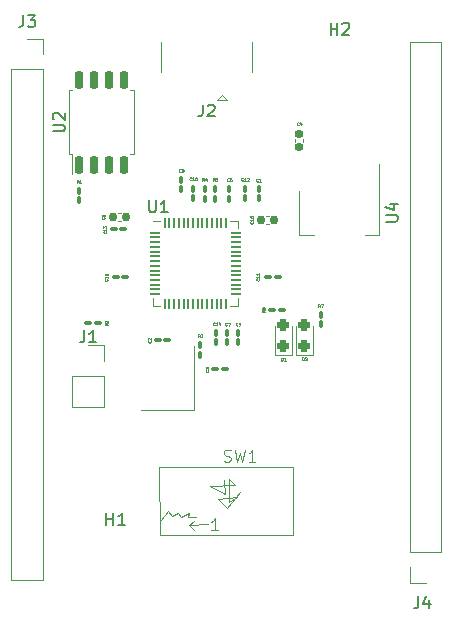
<source format=gto>
G04 #@! TF.GenerationSoftware,KiCad,Pcbnew,7.0.5-4d25ed1034~172~ubuntu22.04.1*
G04 #@! TF.CreationDate,2023-07-05T09:01:56+07:00*
G04 #@! TF.ProjectId,TMPboardM,544d5062-6f61-4726-944d-2e6b69636164,rev?*
G04 #@! TF.SameCoordinates,Original*
G04 #@! TF.FileFunction,Legend,Top*
G04 #@! TF.FilePolarity,Positive*
%FSLAX46Y46*%
G04 Gerber Fmt 4.6, Leading zero omitted, Abs format (unit mm)*
G04 Created by KiCad (PCBNEW 7.0.5-4d25ed1034~172~ubuntu22.04.1) date 2023-07-05 09:01:56*
%MOMM*%
%LPD*%
G01*
G04 APERTURE LIST*
G04 Aperture macros list*
%AMRoundRect*
0 Rectangle with rounded corners*
0 $1 Rounding radius*
0 $2 $3 $4 $5 $6 $7 $8 $9 X,Y pos of 4 corners*
0 Add a 4 corners polygon primitive as box body*
4,1,4,$2,$3,$4,$5,$6,$7,$8,$9,$2,$3,0*
0 Add four circle primitives for the rounded corners*
1,1,$1+$1,$2,$3*
1,1,$1+$1,$4,$5*
1,1,$1+$1,$6,$7*
1,1,$1+$1,$8,$9*
0 Add four rect primitives between the rounded corners*
20,1,$1+$1,$2,$3,$4,$5,0*
20,1,$1+$1,$4,$5,$6,$7,0*
20,1,$1+$1,$6,$7,$8,$9,0*
20,1,$1+$1,$8,$9,$2,$3,0*%
%AMFreePoly0*
4,1,9,1.050000,0.350000,0.550000,0.000000,0.550000,-0.400000,0.800000,-0.650000,0.800000,-0.800000,-1.050000,-0.800000,-1.050000,0.800000,1.050000,0.800000,1.050000,0.350000,1.050000,0.350000,$1*%
%AMFreePoly1*
4,1,9,1.050000,-0.800000,-0.800000,-0.800000,-0.800000,-0.650000,-0.550000,-0.400000,-0.550000,0.000000,-1.050000,0.350000,-1.050000,0.800000,1.050000,0.800000,1.050000,-0.800000,1.050000,-0.800000,$1*%
G04 Aperture macros list end*
%ADD10C,0.040000*%
%ADD11C,0.150000*%
%ADD12C,0.100000*%
%ADD13C,0.120000*%
%ADD14RoundRect,0.100000X-0.100000X0.217500X-0.100000X-0.217500X0.100000X-0.217500X0.100000X0.217500X0*%
%ADD15RoundRect,0.155000X0.155000X-0.212500X0.155000X0.212500X-0.155000X0.212500X-0.155000X-0.212500X0*%
%ADD16R,1.700000X1.700000*%
%ADD17O,1.700000X1.700000*%
%ADD18RoundRect,0.155000X-0.212500X-0.155000X0.212500X-0.155000X0.212500X0.155000X-0.212500X0.155000X0*%
%ADD19RoundRect,0.100000X0.100000X-0.217500X0.100000X0.217500X-0.100000X0.217500X-0.100000X-0.217500X0*%
%ADD20RoundRect,0.100000X-0.217500X-0.100000X0.217500X-0.100000X0.217500X0.100000X-0.217500X0.100000X0*%
%ADD21RoundRect,0.100000X0.217500X0.100000X-0.217500X0.100000X-0.217500X-0.100000X0.217500X-0.100000X0*%
%ADD22C,0.600000*%
%ADD23R,0.400000X1.350000*%
%ADD24FreePoly0,180.000000*%
%ADD25O,1.000000X1.700000*%
%ADD26R,1.900000X1.900000*%
%ADD27O,0.850000X1.700000*%
%ADD28FreePoly1,180.000000*%
%ADD29R,1.500000X2.000000*%
%ADD30R,3.800000X2.000000*%
%ADD31RoundRect,0.155000X0.212500X0.155000X-0.212500X0.155000X-0.212500X-0.155000X0.212500X-0.155000X0*%
%ADD32RoundRect,0.237500X0.237500X-0.287500X0.237500X0.287500X-0.237500X0.287500X-0.237500X-0.287500X0*%
%ADD33C,2.000000*%
%ADD34C,3.000000*%
%ADD35RoundRect,0.050000X-0.387500X-0.050000X0.387500X-0.050000X0.387500X0.050000X-0.387500X0.050000X0*%
%ADD36RoundRect,0.050000X-0.050000X-0.387500X0.050000X-0.387500X0.050000X0.387500X-0.050000X0.387500X0*%
%ADD37R,3.200000X3.200000*%
%ADD38R,1.800000X2.100000*%
%ADD39RoundRect,0.150000X0.150000X-0.650000X0.150000X0.650000X-0.150000X0.650000X-0.150000X-0.650000X0*%
%ADD40R,2.100000X1.100000*%
G04 APERTURE END LIST*
D10*
X98238333Y-74948574D02*
X98155000Y-74829527D01*
X98095476Y-74948574D02*
X98095476Y-74698574D01*
X98095476Y-74698574D02*
X98190714Y-74698574D01*
X98190714Y-74698574D02*
X98214524Y-74710479D01*
X98214524Y-74710479D02*
X98226429Y-74722384D01*
X98226429Y-74722384D02*
X98238333Y-74746193D01*
X98238333Y-74746193D02*
X98238333Y-74781908D01*
X98238333Y-74781908D02*
X98226429Y-74805717D01*
X98226429Y-74805717D02*
X98214524Y-74817622D01*
X98214524Y-74817622D02*
X98190714Y-74829527D01*
X98190714Y-74829527D02*
X98095476Y-74829527D01*
X98321667Y-74698574D02*
X98488333Y-74698574D01*
X98488333Y-74698574D02*
X98381191Y-74948574D01*
X96438333Y-59507265D02*
X96426429Y-59519170D01*
X96426429Y-59519170D02*
X96390714Y-59531074D01*
X96390714Y-59531074D02*
X96366905Y-59531074D01*
X96366905Y-59531074D02*
X96331191Y-59519170D01*
X96331191Y-59519170D02*
X96307381Y-59495360D01*
X96307381Y-59495360D02*
X96295476Y-59471550D01*
X96295476Y-59471550D02*
X96283572Y-59423931D01*
X96283572Y-59423931D02*
X96283572Y-59388217D01*
X96283572Y-59388217D02*
X96295476Y-59340598D01*
X96295476Y-59340598D02*
X96307381Y-59316789D01*
X96307381Y-59316789D02*
X96331191Y-59292979D01*
X96331191Y-59292979D02*
X96366905Y-59281074D01*
X96366905Y-59281074D02*
X96390714Y-59281074D01*
X96390714Y-59281074D02*
X96426429Y-59292979D01*
X96426429Y-59292979D02*
X96438333Y-59304884D01*
X96652619Y-59364408D02*
X96652619Y-59531074D01*
X96593095Y-59269170D02*
X96533572Y-59447741D01*
X96533572Y-59447741D02*
X96688333Y-59447741D01*
D11*
X73121666Y-50199819D02*
X73121666Y-50914104D01*
X73121666Y-50914104D02*
X73074047Y-51056961D01*
X73074047Y-51056961D02*
X72978809Y-51152200D01*
X72978809Y-51152200D02*
X72835952Y-51199819D01*
X72835952Y-51199819D02*
X72740714Y-51199819D01*
X73502619Y-50199819D02*
X74121666Y-50199819D01*
X74121666Y-50199819D02*
X73788333Y-50580771D01*
X73788333Y-50580771D02*
X73931190Y-50580771D01*
X73931190Y-50580771D02*
X74026428Y-50628390D01*
X74026428Y-50628390D02*
X74074047Y-50676009D01*
X74074047Y-50676009D02*
X74121666Y-50771247D01*
X74121666Y-50771247D02*
X74121666Y-51009342D01*
X74121666Y-51009342D02*
X74074047Y-51104580D01*
X74074047Y-51104580D02*
X74026428Y-51152200D01*
X74026428Y-51152200D02*
X73931190Y-51199819D01*
X73931190Y-51199819D02*
X73645476Y-51199819D01*
X73645476Y-51199819D02*
X73550238Y-51152200D01*
X73550238Y-51152200D02*
X73502619Y-51104580D01*
D10*
X92549765Y-67690714D02*
X92561670Y-67702618D01*
X92561670Y-67702618D02*
X92573574Y-67738333D01*
X92573574Y-67738333D02*
X92573574Y-67762142D01*
X92573574Y-67762142D02*
X92561670Y-67797856D01*
X92561670Y-67797856D02*
X92537860Y-67821666D01*
X92537860Y-67821666D02*
X92514050Y-67833571D01*
X92514050Y-67833571D02*
X92466431Y-67845475D01*
X92466431Y-67845475D02*
X92430717Y-67845475D01*
X92430717Y-67845475D02*
X92383098Y-67833571D01*
X92383098Y-67833571D02*
X92359289Y-67821666D01*
X92359289Y-67821666D02*
X92335479Y-67797856D01*
X92335479Y-67797856D02*
X92323574Y-67762142D01*
X92323574Y-67762142D02*
X92323574Y-67738333D01*
X92323574Y-67738333D02*
X92335479Y-67702618D01*
X92335479Y-67702618D02*
X92347384Y-67690714D01*
X92573574Y-67452618D02*
X92573574Y-67595475D01*
X92573574Y-67524047D02*
X92323574Y-67524047D01*
X92323574Y-67524047D02*
X92359289Y-67547856D01*
X92359289Y-67547856D02*
X92383098Y-67571666D01*
X92383098Y-67571666D02*
X92395003Y-67595475D01*
X92323574Y-67238333D02*
X92323574Y-67285952D01*
X92323574Y-67285952D02*
X92335479Y-67309761D01*
X92335479Y-67309761D02*
X92347384Y-67321666D01*
X92347384Y-67321666D02*
X92383098Y-67345476D01*
X92383098Y-67345476D02*
X92430717Y-67357380D01*
X92430717Y-67357380D02*
X92525955Y-67357380D01*
X92525955Y-67357380D02*
X92549765Y-67345476D01*
X92549765Y-67345476D02*
X92561670Y-67333571D01*
X92561670Y-67333571D02*
X92573574Y-67309761D01*
X92573574Y-67309761D02*
X92573574Y-67262142D01*
X92573574Y-67262142D02*
X92561670Y-67238333D01*
X92561670Y-67238333D02*
X92549765Y-67226428D01*
X92549765Y-67226428D02*
X92525955Y-67214523D01*
X92525955Y-67214523D02*
X92466431Y-67214523D01*
X92466431Y-67214523D02*
X92442622Y-67226428D01*
X92442622Y-67226428D02*
X92430717Y-67238333D01*
X92430717Y-67238333D02*
X92418812Y-67262142D01*
X92418812Y-67262142D02*
X92418812Y-67309761D01*
X92418812Y-67309761D02*
X92430717Y-67333571D01*
X92430717Y-67333571D02*
X92442622Y-67345476D01*
X92442622Y-67345476D02*
X92466431Y-67357380D01*
X91258333Y-76457265D02*
X91246429Y-76469170D01*
X91246429Y-76469170D02*
X91210714Y-76481074D01*
X91210714Y-76481074D02*
X91186905Y-76481074D01*
X91186905Y-76481074D02*
X91151191Y-76469170D01*
X91151191Y-76469170D02*
X91127381Y-76445360D01*
X91127381Y-76445360D02*
X91115476Y-76421550D01*
X91115476Y-76421550D02*
X91103572Y-76373931D01*
X91103572Y-76373931D02*
X91103572Y-76338217D01*
X91103572Y-76338217D02*
X91115476Y-76290598D01*
X91115476Y-76290598D02*
X91127381Y-76266789D01*
X91127381Y-76266789D02*
X91151191Y-76242979D01*
X91151191Y-76242979D02*
X91186905Y-76231074D01*
X91186905Y-76231074D02*
X91210714Y-76231074D01*
X91210714Y-76231074D02*
X91246429Y-76242979D01*
X91246429Y-76242979D02*
X91258333Y-76254884D01*
X91377381Y-76481074D02*
X91425000Y-76481074D01*
X91425000Y-76481074D02*
X91448810Y-76469170D01*
X91448810Y-76469170D02*
X91460714Y-76457265D01*
X91460714Y-76457265D02*
X91484524Y-76421550D01*
X91484524Y-76421550D02*
X91496429Y-76373931D01*
X91496429Y-76373931D02*
X91496429Y-76278693D01*
X91496429Y-76278693D02*
X91484524Y-76254884D01*
X91484524Y-76254884D02*
X91472619Y-76242979D01*
X91472619Y-76242979D02*
X91448810Y-76231074D01*
X91448810Y-76231074D02*
X91401191Y-76231074D01*
X91401191Y-76231074D02*
X91377381Y-76242979D01*
X91377381Y-76242979D02*
X91365476Y-76254884D01*
X91365476Y-76254884D02*
X91353572Y-76278693D01*
X91353572Y-76278693D02*
X91353572Y-76338217D01*
X91353572Y-76338217D02*
X91365476Y-76362027D01*
X91365476Y-76362027D02*
X91377381Y-76373931D01*
X91377381Y-76373931D02*
X91401191Y-76385836D01*
X91401191Y-76385836D02*
X91448810Y-76385836D01*
X91448810Y-76385836D02*
X91472619Y-76373931D01*
X91472619Y-76373931D02*
X91484524Y-76362027D01*
X91484524Y-76362027D02*
X91496429Y-76338217D01*
X91739285Y-64194765D02*
X91727381Y-64206670D01*
X91727381Y-64206670D02*
X91691666Y-64218574D01*
X91691666Y-64218574D02*
X91667857Y-64218574D01*
X91667857Y-64218574D02*
X91632143Y-64206670D01*
X91632143Y-64206670D02*
X91608333Y-64182860D01*
X91608333Y-64182860D02*
X91596428Y-64159050D01*
X91596428Y-64159050D02*
X91584524Y-64111431D01*
X91584524Y-64111431D02*
X91584524Y-64075717D01*
X91584524Y-64075717D02*
X91596428Y-64028098D01*
X91596428Y-64028098D02*
X91608333Y-64004289D01*
X91608333Y-64004289D02*
X91632143Y-63980479D01*
X91632143Y-63980479D02*
X91667857Y-63968574D01*
X91667857Y-63968574D02*
X91691666Y-63968574D01*
X91691666Y-63968574D02*
X91727381Y-63980479D01*
X91727381Y-63980479D02*
X91739285Y-63992384D01*
X91977381Y-64218574D02*
X91834524Y-64218574D01*
X91905952Y-64218574D02*
X91905952Y-63968574D01*
X91905952Y-63968574D02*
X91882143Y-64004289D01*
X91882143Y-64004289D02*
X91858333Y-64028098D01*
X91858333Y-64028098D02*
X91834524Y-64040003D01*
X92072619Y-63992384D02*
X92084523Y-63980479D01*
X92084523Y-63980479D02*
X92108333Y-63968574D01*
X92108333Y-63968574D02*
X92167857Y-63968574D01*
X92167857Y-63968574D02*
X92191666Y-63980479D01*
X92191666Y-63980479D02*
X92203571Y-63992384D01*
X92203571Y-63992384D02*
X92215476Y-64016193D01*
X92215476Y-64016193D02*
X92215476Y-64040003D01*
X92215476Y-64040003D02*
X92203571Y-64075717D01*
X92203571Y-64075717D02*
X92060714Y-64218574D01*
X92060714Y-64218574D02*
X92215476Y-64218574D01*
X93079765Y-72520714D02*
X93091670Y-72532618D01*
X93091670Y-72532618D02*
X93103574Y-72568333D01*
X93103574Y-72568333D02*
X93103574Y-72592142D01*
X93103574Y-72592142D02*
X93091670Y-72627856D01*
X93091670Y-72627856D02*
X93067860Y-72651666D01*
X93067860Y-72651666D02*
X93044050Y-72663571D01*
X93044050Y-72663571D02*
X92996431Y-72675475D01*
X92996431Y-72675475D02*
X92960717Y-72675475D01*
X92960717Y-72675475D02*
X92913098Y-72663571D01*
X92913098Y-72663571D02*
X92889289Y-72651666D01*
X92889289Y-72651666D02*
X92865479Y-72627856D01*
X92865479Y-72627856D02*
X92853574Y-72592142D01*
X92853574Y-72592142D02*
X92853574Y-72568333D01*
X92853574Y-72568333D02*
X92865479Y-72532618D01*
X92865479Y-72532618D02*
X92877384Y-72520714D01*
X93103574Y-72282618D02*
X93103574Y-72425475D01*
X93103574Y-72354047D02*
X92853574Y-72354047D01*
X92853574Y-72354047D02*
X92889289Y-72377856D01*
X92889289Y-72377856D02*
X92913098Y-72401666D01*
X92913098Y-72401666D02*
X92925003Y-72425475D01*
X93103574Y-72044523D02*
X93103574Y-72187380D01*
X93103574Y-72115952D02*
X92853574Y-72115952D01*
X92853574Y-72115952D02*
X92889289Y-72139761D01*
X92889289Y-72139761D02*
X92913098Y-72163571D01*
X92913098Y-72163571D02*
X92925003Y-72187380D01*
D11*
X78286666Y-76894819D02*
X78286666Y-77609104D01*
X78286666Y-77609104D02*
X78239047Y-77751961D01*
X78239047Y-77751961D02*
X78143809Y-77847200D01*
X78143809Y-77847200D02*
X78000952Y-77894819D01*
X78000952Y-77894819D02*
X77905714Y-77894819D01*
X79286666Y-77894819D02*
X78715238Y-77894819D01*
X79000952Y-77894819D02*
X79000952Y-76894819D01*
X79000952Y-76894819D02*
X78905714Y-77037676D01*
X78905714Y-77037676D02*
X78810476Y-77132914D01*
X78810476Y-77132914D02*
X78715238Y-77180533D01*
D10*
X80129765Y-68530714D02*
X80141670Y-68542618D01*
X80141670Y-68542618D02*
X80153574Y-68578333D01*
X80153574Y-68578333D02*
X80153574Y-68602142D01*
X80153574Y-68602142D02*
X80141670Y-68637856D01*
X80141670Y-68637856D02*
X80117860Y-68661666D01*
X80117860Y-68661666D02*
X80094050Y-68673571D01*
X80094050Y-68673571D02*
X80046431Y-68685475D01*
X80046431Y-68685475D02*
X80010717Y-68685475D01*
X80010717Y-68685475D02*
X79963098Y-68673571D01*
X79963098Y-68673571D02*
X79939289Y-68661666D01*
X79939289Y-68661666D02*
X79915479Y-68637856D01*
X79915479Y-68637856D02*
X79903574Y-68602142D01*
X79903574Y-68602142D02*
X79903574Y-68578333D01*
X79903574Y-68578333D02*
X79915479Y-68542618D01*
X79915479Y-68542618D02*
X79927384Y-68530714D01*
X80153574Y-68292618D02*
X80153574Y-68435475D01*
X80153574Y-68364047D02*
X79903574Y-68364047D01*
X79903574Y-68364047D02*
X79939289Y-68387856D01*
X79939289Y-68387856D02*
X79963098Y-68411666D01*
X79963098Y-68411666D02*
X79975003Y-68435475D01*
X79903574Y-68209285D02*
X79903574Y-68054523D01*
X79903574Y-68054523D02*
X79998812Y-68137857D01*
X79998812Y-68137857D02*
X79998812Y-68102142D01*
X79998812Y-68102142D02*
X80010717Y-68078333D01*
X80010717Y-68078333D02*
X80022622Y-68066428D01*
X80022622Y-68066428D02*
X80046431Y-68054523D01*
X80046431Y-68054523D02*
X80105955Y-68054523D01*
X80105955Y-68054523D02*
X80129765Y-68066428D01*
X80129765Y-68066428D02*
X80141670Y-68078333D01*
X80141670Y-68078333D02*
X80153574Y-68102142D01*
X80153574Y-68102142D02*
X80153574Y-68173571D01*
X80153574Y-68173571D02*
X80141670Y-68197380D01*
X80141670Y-68197380D02*
X80129765Y-68209285D01*
D11*
X88326666Y-57777319D02*
X88326666Y-58491604D01*
X88326666Y-58491604D02*
X88279047Y-58634461D01*
X88279047Y-58634461D02*
X88183809Y-58729700D01*
X88183809Y-58729700D02*
X88040952Y-58777319D01*
X88040952Y-58777319D02*
X87945714Y-58777319D01*
X88755238Y-57872557D02*
X88802857Y-57824938D01*
X88802857Y-57824938D02*
X88898095Y-57777319D01*
X88898095Y-57777319D02*
X89136190Y-57777319D01*
X89136190Y-57777319D02*
X89231428Y-57824938D01*
X89231428Y-57824938D02*
X89279047Y-57872557D01*
X89279047Y-57872557D02*
X89326666Y-57967795D01*
X89326666Y-57967795D02*
X89326666Y-58063033D01*
X89326666Y-58063033D02*
X89279047Y-58205890D01*
X89279047Y-58205890D02*
X88707619Y-58777319D01*
X88707619Y-58777319D02*
X89326666Y-58777319D01*
D10*
X90358333Y-76457265D02*
X90346429Y-76469170D01*
X90346429Y-76469170D02*
X90310714Y-76481074D01*
X90310714Y-76481074D02*
X90286905Y-76481074D01*
X90286905Y-76481074D02*
X90251191Y-76469170D01*
X90251191Y-76469170D02*
X90227381Y-76445360D01*
X90227381Y-76445360D02*
X90215476Y-76421550D01*
X90215476Y-76421550D02*
X90203572Y-76373931D01*
X90203572Y-76373931D02*
X90203572Y-76338217D01*
X90203572Y-76338217D02*
X90215476Y-76290598D01*
X90215476Y-76290598D02*
X90227381Y-76266789D01*
X90227381Y-76266789D02*
X90251191Y-76242979D01*
X90251191Y-76242979D02*
X90286905Y-76231074D01*
X90286905Y-76231074D02*
X90310714Y-76231074D01*
X90310714Y-76231074D02*
X90346429Y-76242979D01*
X90346429Y-76242979D02*
X90358333Y-76254884D01*
X90441667Y-76231074D02*
X90608333Y-76231074D01*
X90608333Y-76231074D02*
X90501191Y-76481074D01*
X83909765Y-77771666D02*
X83921670Y-77783570D01*
X83921670Y-77783570D02*
X83933574Y-77819285D01*
X83933574Y-77819285D02*
X83933574Y-77843094D01*
X83933574Y-77843094D02*
X83921670Y-77878808D01*
X83921670Y-77878808D02*
X83897860Y-77902618D01*
X83897860Y-77902618D02*
X83874050Y-77914523D01*
X83874050Y-77914523D02*
X83826431Y-77926427D01*
X83826431Y-77926427D02*
X83790717Y-77926427D01*
X83790717Y-77926427D02*
X83743098Y-77914523D01*
X83743098Y-77914523D02*
X83719289Y-77902618D01*
X83719289Y-77902618D02*
X83695479Y-77878808D01*
X83695479Y-77878808D02*
X83683574Y-77843094D01*
X83683574Y-77843094D02*
X83683574Y-77819285D01*
X83683574Y-77819285D02*
X83695479Y-77783570D01*
X83695479Y-77783570D02*
X83707384Y-77771666D01*
X83707384Y-77676427D02*
X83695479Y-77664523D01*
X83695479Y-77664523D02*
X83683574Y-77640713D01*
X83683574Y-77640713D02*
X83683574Y-77581189D01*
X83683574Y-77581189D02*
X83695479Y-77557380D01*
X83695479Y-77557380D02*
X83707384Y-77545475D01*
X83707384Y-77545475D02*
X83731193Y-77533570D01*
X83731193Y-77533570D02*
X83755003Y-77533570D01*
X83755003Y-77533570D02*
X83790717Y-77545475D01*
X83790717Y-77545475D02*
X83933574Y-77688332D01*
X83933574Y-77688332D02*
X83933574Y-77533570D01*
D11*
X103824819Y-67681904D02*
X104634342Y-67681904D01*
X104634342Y-67681904D02*
X104729580Y-67634285D01*
X104729580Y-67634285D02*
X104777200Y-67586666D01*
X104777200Y-67586666D02*
X104824819Y-67491428D01*
X104824819Y-67491428D02*
X104824819Y-67300952D01*
X104824819Y-67300952D02*
X104777200Y-67205714D01*
X104777200Y-67205714D02*
X104729580Y-67158095D01*
X104729580Y-67158095D02*
X104634342Y-67110476D01*
X104634342Y-67110476D02*
X103824819Y-67110476D01*
X104158152Y-66205714D02*
X104824819Y-66205714D01*
X103777200Y-66443809D02*
X104491485Y-66681904D01*
X104491485Y-66681904D02*
X104491485Y-66062857D01*
D10*
X79979765Y-67321666D02*
X79991670Y-67333570D01*
X79991670Y-67333570D02*
X80003574Y-67369285D01*
X80003574Y-67369285D02*
X80003574Y-67393094D01*
X80003574Y-67393094D02*
X79991670Y-67428808D01*
X79991670Y-67428808D02*
X79967860Y-67452618D01*
X79967860Y-67452618D02*
X79944050Y-67464523D01*
X79944050Y-67464523D02*
X79896431Y-67476427D01*
X79896431Y-67476427D02*
X79860717Y-67476427D01*
X79860717Y-67476427D02*
X79813098Y-67464523D01*
X79813098Y-67464523D02*
X79789289Y-67452618D01*
X79789289Y-67452618D02*
X79765479Y-67428808D01*
X79765479Y-67428808D02*
X79753574Y-67393094D01*
X79753574Y-67393094D02*
X79753574Y-67369285D01*
X79753574Y-67369285D02*
X79765479Y-67333570D01*
X79765479Y-67333570D02*
X79777384Y-67321666D01*
X79753574Y-67095475D02*
X79753574Y-67214523D01*
X79753574Y-67214523D02*
X79872622Y-67226427D01*
X79872622Y-67226427D02*
X79860717Y-67214523D01*
X79860717Y-67214523D02*
X79848812Y-67190713D01*
X79848812Y-67190713D02*
X79848812Y-67131189D01*
X79848812Y-67131189D02*
X79860717Y-67107380D01*
X79860717Y-67107380D02*
X79872622Y-67095475D01*
X79872622Y-67095475D02*
X79896431Y-67083570D01*
X79896431Y-67083570D02*
X79955955Y-67083570D01*
X79955955Y-67083570D02*
X79979765Y-67095475D01*
X79979765Y-67095475D02*
X79991670Y-67107380D01*
X79991670Y-67107380D02*
X80003574Y-67131189D01*
X80003574Y-67131189D02*
X80003574Y-67190713D01*
X80003574Y-67190713D02*
X79991670Y-67214523D01*
X79991670Y-67214523D02*
X79979765Y-67226427D01*
X88779765Y-80241666D02*
X88791670Y-80253570D01*
X88791670Y-80253570D02*
X88803574Y-80289285D01*
X88803574Y-80289285D02*
X88803574Y-80313094D01*
X88803574Y-80313094D02*
X88791670Y-80348808D01*
X88791670Y-80348808D02*
X88767860Y-80372618D01*
X88767860Y-80372618D02*
X88744050Y-80384523D01*
X88744050Y-80384523D02*
X88696431Y-80396427D01*
X88696431Y-80396427D02*
X88660717Y-80396427D01*
X88660717Y-80396427D02*
X88613098Y-80384523D01*
X88613098Y-80384523D02*
X88589289Y-80372618D01*
X88589289Y-80372618D02*
X88565479Y-80348808D01*
X88565479Y-80348808D02*
X88553574Y-80313094D01*
X88553574Y-80313094D02*
X88553574Y-80289285D01*
X88553574Y-80289285D02*
X88565479Y-80253570D01*
X88565479Y-80253570D02*
X88577384Y-80241666D01*
X88553574Y-80158332D02*
X88553574Y-80003570D01*
X88553574Y-80003570D02*
X88648812Y-80086904D01*
X88648812Y-80086904D02*
X88648812Y-80051189D01*
X88648812Y-80051189D02*
X88660717Y-80027380D01*
X88660717Y-80027380D02*
X88672622Y-80015475D01*
X88672622Y-80015475D02*
X88696431Y-80003570D01*
X88696431Y-80003570D02*
X88755955Y-80003570D01*
X88755955Y-80003570D02*
X88779765Y-80015475D01*
X88779765Y-80015475D02*
X88791670Y-80027380D01*
X88791670Y-80027380D02*
X88803574Y-80051189D01*
X88803574Y-80051189D02*
X88803574Y-80122618D01*
X88803574Y-80122618D02*
X88791670Y-80146427D01*
X88791670Y-80146427D02*
X88779765Y-80158332D01*
X80229765Y-72570714D02*
X80241670Y-72582618D01*
X80241670Y-72582618D02*
X80253574Y-72618333D01*
X80253574Y-72618333D02*
X80253574Y-72642142D01*
X80253574Y-72642142D02*
X80241670Y-72677856D01*
X80241670Y-72677856D02*
X80217860Y-72701666D01*
X80217860Y-72701666D02*
X80194050Y-72713571D01*
X80194050Y-72713571D02*
X80146431Y-72725475D01*
X80146431Y-72725475D02*
X80110717Y-72725475D01*
X80110717Y-72725475D02*
X80063098Y-72713571D01*
X80063098Y-72713571D02*
X80039289Y-72701666D01*
X80039289Y-72701666D02*
X80015479Y-72677856D01*
X80015479Y-72677856D02*
X80003574Y-72642142D01*
X80003574Y-72642142D02*
X80003574Y-72618333D01*
X80003574Y-72618333D02*
X80015479Y-72582618D01*
X80015479Y-72582618D02*
X80027384Y-72570714D01*
X80253574Y-72332618D02*
X80253574Y-72475475D01*
X80253574Y-72404047D02*
X80003574Y-72404047D01*
X80003574Y-72404047D02*
X80039289Y-72427856D01*
X80039289Y-72427856D02*
X80063098Y-72451666D01*
X80063098Y-72451666D02*
X80075003Y-72475475D01*
X80003574Y-72106428D02*
X80003574Y-72225476D01*
X80003574Y-72225476D02*
X80122622Y-72237380D01*
X80122622Y-72237380D02*
X80110717Y-72225476D01*
X80110717Y-72225476D02*
X80098812Y-72201666D01*
X80098812Y-72201666D02*
X80098812Y-72142142D01*
X80098812Y-72142142D02*
X80110717Y-72118333D01*
X80110717Y-72118333D02*
X80122622Y-72106428D01*
X80122622Y-72106428D02*
X80146431Y-72094523D01*
X80146431Y-72094523D02*
X80205955Y-72094523D01*
X80205955Y-72094523D02*
X80229765Y-72106428D01*
X80229765Y-72106428D02*
X80241670Y-72118333D01*
X80241670Y-72118333D02*
X80253574Y-72142142D01*
X80253574Y-72142142D02*
X80253574Y-72201666D01*
X80253574Y-72201666D02*
X80241670Y-72225476D01*
X80241670Y-72225476D02*
X80229765Y-72237380D01*
X94955476Y-79441074D02*
X94955476Y-79191074D01*
X94955476Y-79191074D02*
X95015000Y-79191074D01*
X95015000Y-79191074D02*
X95050714Y-79202979D01*
X95050714Y-79202979D02*
X95074524Y-79226789D01*
X95074524Y-79226789D02*
X95086429Y-79250598D01*
X95086429Y-79250598D02*
X95098333Y-79298217D01*
X95098333Y-79298217D02*
X95098333Y-79333931D01*
X95098333Y-79333931D02*
X95086429Y-79381550D01*
X95086429Y-79381550D02*
X95074524Y-79405360D01*
X95074524Y-79405360D02*
X95050714Y-79429170D01*
X95050714Y-79429170D02*
X95015000Y-79441074D01*
X95015000Y-79441074D02*
X94955476Y-79441074D01*
X95336429Y-79441074D02*
X95193572Y-79441074D01*
X95265000Y-79441074D02*
X95265000Y-79191074D01*
X95265000Y-79191074D02*
X95241191Y-79226789D01*
X95241191Y-79226789D02*
X95217381Y-79250598D01*
X95217381Y-79250598D02*
X95193572Y-79262503D01*
X96735476Y-79413574D02*
X96735476Y-79163574D01*
X96735476Y-79163574D02*
X96795000Y-79163574D01*
X96795000Y-79163574D02*
X96830714Y-79175479D01*
X96830714Y-79175479D02*
X96854524Y-79199289D01*
X96854524Y-79199289D02*
X96866429Y-79223098D01*
X96866429Y-79223098D02*
X96878333Y-79270717D01*
X96878333Y-79270717D02*
X96878333Y-79306431D01*
X96878333Y-79306431D02*
X96866429Y-79354050D01*
X96866429Y-79354050D02*
X96854524Y-79377860D01*
X96854524Y-79377860D02*
X96830714Y-79401670D01*
X96830714Y-79401670D02*
X96795000Y-79413574D01*
X96795000Y-79413574D02*
X96735476Y-79413574D01*
X96973572Y-79187384D02*
X96985476Y-79175479D01*
X96985476Y-79175479D02*
X97009286Y-79163574D01*
X97009286Y-79163574D02*
X97068810Y-79163574D01*
X97068810Y-79163574D02*
X97092619Y-79175479D01*
X97092619Y-79175479D02*
X97104524Y-79187384D01*
X97104524Y-79187384D02*
X97116429Y-79211193D01*
X97116429Y-79211193D02*
X97116429Y-79235003D01*
X97116429Y-79235003D02*
X97104524Y-79270717D01*
X97104524Y-79270717D02*
X96961667Y-79413574D01*
X96961667Y-79413574D02*
X97116429Y-79413574D01*
X88058333Y-77473574D02*
X87975000Y-77354527D01*
X87915476Y-77473574D02*
X87915476Y-77223574D01*
X87915476Y-77223574D02*
X88010714Y-77223574D01*
X88010714Y-77223574D02*
X88034524Y-77235479D01*
X88034524Y-77235479D02*
X88046429Y-77247384D01*
X88046429Y-77247384D02*
X88058333Y-77271193D01*
X88058333Y-77271193D02*
X88058333Y-77306908D01*
X88058333Y-77306908D02*
X88046429Y-77330717D01*
X88046429Y-77330717D02*
X88034524Y-77342622D01*
X88034524Y-77342622D02*
X88010714Y-77354527D01*
X88010714Y-77354527D02*
X87915476Y-77354527D01*
X88141667Y-77223574D02*
X88296429Y-77223574D01*
X88296429Y-77223574D02*
X88213095Y-77318812D01*
X88213095Y-77318812D02*
X88248810Y-77318812D01*
X88248810Y-77318812D02*
X88272619Y-77330717D01*
X88272619Y-77330717D02*
X88284524Y-77342622D01*
X88284524Y-77342622D02*
X88296429Y-77366431D01*
X88296429Y-77366431D02*
X88296429Y-77425955D01*
X88296429Y-77425955D02*
X88284524Y-77449765D01*
X88284524Y-77449765D02*
X88272619Y-77461670D01*
X88272619Y-77461670D02*
X88248810Y-77473574D01*
X88248810Y-77473574D02*
X88177381Y-77473574D01*
X88177381Y-77473574D02*
X88153572Y-77461670D01*
X88153572Y-77461670D02*
X88141667Y-77449765D01*
X90528333Y-64229765D02*
X90516429Y-64241670D01*
X90516429Y-64241670D02*
X90480714Y-64253574D01*
X90480714Y-64253574D02*
X90456905Y-64253574D01*
X90456905Y-64253574D02*
X90421191Y-64241670D01*
X90421191Y-64241670D02*
X90397381Y-64217860D01*
X90397381Y-64217860D02*
X90385476Y-64194050D01*
X90385476Y-64194050D02*
X90373572Y-64146431D01*
X90373572Y-64146431D02*
X90373572Y-64110717D01*
X90373572Y-64110717D02*
X90385476Y-64063098D01*
X90385476Y-64063098D02*
X90397381Y-64039289D01*
X90397381Y-64039289D02*
X90421191Y-64015479D01*
X90421191Y-64015479D02*
X90456905Y-64003574D01*
X90456905Y-64003574D02*
X90480714Y-64003574D01*
X90480714Y-64003574D02*
X90516429Y-64015479D01*
X90516429Y-64015479D02*
X90528333Y-64027384D01*
X90742619Y-64003574D02*
X90695000Y-64003574D01*
X90695000Y-64003574D02*
X90671191Y-64015479D01*
X90671191Y-64015479D02*
X90659286Y-64027384D01*
X90659286Y-64027384D02*
X90635476Y-64063098D01*
X90635476Y-64063098D02*
X90623572Y-64110717D01*
X90623572Y-64110717D02*
X90623572Y-64205955D01*
X90623572Y-64205955D02*
X90635476Y-64229765D01*
X90635476Y-64229765D02*
X90647381Y-64241670D01*
X90647381Y-64241670D02*
X90671191Y-64253574D01*
X90671191Y-64253574D02*
X90718810Y-64253574D01*
X90718810Y-64253574D02*
X90742619Y-64241670D01*
X90742619Y-64241670D02*
X90754524Y-64229765D01*
X90754524Y-64229765D02*
X90766429Y-64205955D01*
X90766429Y-64205955D02*
X90766429Y-64146431D01*
X90766429Y-64146431D02*
X90754524Y-64122622D01*
X90754524Y-64122622D02*
X90742619Y-64110717D01*
X90742619Y-64110717D02*
X90718810Y-64098812D01*
X90718810Y-64098812D02*
X90671191Y-64098812D01*
X90671191Y-64098812D02*
X90647381Y-64110717D01*
X90647381Y-64110717D02*
X90635476Y-64122622D01*
X90635476Y-64122622D02*
X90623572Y-64146431D01*
D11*
X80168095Y-93344819D02*
X80168095Y-92344819D01*
X80168095Y-92821009D02*
X80739523Y-92821009D01*
X80739523Y-93344819D02*
X80739523Y-92344819D01*
X81739523Y-93344819D02*
X81168095Y-93344819D01*
X81453809Y-93344819D02*
X81453809Y-92344819D01*
X81453809Y-92344819D02*
X81358571Y-92487676D01*
X81358571Y-92487676D02*
X81263333Y-92582914D01*
X81263333Y-92582914D02*
X81168095Y-92630533D01*
D10*
X86458333Y-63457265D02*
X86446429Y-63469170D01*
X86446429Y-63469170D02*
X86410714Y-63481074D01*
X86410714Y-63481074D02*
X86386905Y-63481074D01*
X86386905Y-63481074D02*
X86351191Y-63469170D01*
X86351191Y-63469170D02*
X86327381Y-63445360D01*
X86327381Y-63445360D02*
X86315476Y-63421550D01*
X86315476Y-63421550D02*
X86303572Y-63373931D01*
X86303572Y-63373931D02*
X86303572Y-63338217D01*
X86303572Y-63338217D02*
X86315476Y-63290598D01*
X86315476Y-63290598D02*
X86327381Y-63266789D01*
X86327381Y-63266789D02*
X86351191Y-63242979D01*
X86351191Y-63242979D02*
X86386905Y-63231074D01*
X86386905Y-63231074D02*
X86410714Y-63231074D01*
X86410714Y-63231074D02*
X86446429Y-63242979D01*
X86446429Y-63242979D02*
X86458333Y-63254884D01*
X86601191Y-63338217D02*
X86577381Y-63326312D01*
X86577381Y-63326312D02*
X86565476Y-63314408D01*
X86565476Y-63314408D02*
X86553572Y-63290598D01*
X86553572Y-63290598D02*
X86553572Y-63278693D01*
X86553572Y-63278693D02*
X86565476Y-63254884D01*
X86565476Y-63254884D02*
X86577381Y-63242979D01*
X86577381Y-63242979D02*
X86601191Y-63231074D01*
X86601191Y-63231074D02*
X86648810Y-63231074D01*
X86648810Y-63231074D02*
X86672619Y-63242979D01*
X86672619Y-63242979D02*
X86684524Y-63254884D01*
X86684524Y-63254884D02*
X86696429Y-63278693D01*
X86696429Y-63278693D02*
X86696429Y-63290598D01*
X86696429Y-63290598D02*
X86684524Y-63314408D01*
X86684524Y-63314408D02*
X86672619Y-63326312D01*
X86672619Y-63326312D02*
X86648810Y-63338217D01*
X86648810Y-63338217D02*
X86601191Y-63338217D01*
X86601191Y-63338217D02*
X86577381Y-63350122D01*
X86577381Y-63350122D02*
X86565476Y-63362027D01*
X86565476Y-63362027D02*
X86553572Y-63385836D01*
X86553572Y-63385836D02*
X86553572Y-63433455D01*
X86553572Y-63433455D02*
X86565476Y-63457265D01*
X86565476Y-63457265D02*
X86577381Y-63469170D01*
X86577381Y-63469170D02*
X86601191Y-63481074D01*
X86601191Y-63481074D02*
X86648810Y-63481074D01*
X86648810Y-63481074D02*
X86672619Y-63469170D01*
X86672619Y-63469170D02*
X86684524Y-63457265D01*
X86684524Y-63457265D02*
X86696429Y-63433455D01*
X86696429Y-63433455D02*
X86696429Y-63385836D01*
X86696429Y-63385836D02*
X86684524Y-63362027D01*
X86684524Y-63362027D02*
X86672619Y-63350122D01*
X86672619Y-63350122D02*
X86648810Y-63338217D01*
D11*
X99148095Y-51854819D02*
X99148095Y-50854819D01*
X99148095Y-51331009D02*
X99719523Y-51331009D01*
X99719523Y-51854819D02*
X99719523Y-50854819D01*
X100148095Y-50950057D02*
X100195714Y-50902438D01*
X100195714Y-50902438D02*
X100290952Y-50854819D01*
X100290952Y-50854819D02*
X100529047Y-50854819D01*
X100529047Y-50854819D02*
X100624285Y-50902438D01*
X100624285Y-50902438D02*
X100671904Y-50950057D01*
X100671904Y-50950057D02*
X100719523Y-51045295D01*
X100719523Y-51045295D02*
X100719523Y-51140533D01*
X100719523Y-51140533D02*
X100671904Y-51283390D01*
X100671904Y-51283390D02*
X100100476Y-51854819D01*
X100100476Y-51854819D02*
X100719523Y-51854819D01*
D10*
X89328333Y-64233574D02*
X89245000Y-64114527D01*
X89185476Y-64233574D02*
X89185476Y-63983574D01*
X89185476Y-63983574D02*
X89280714Y-63983574D01*
X89280714Y-63983574D02*
X89304524Y-63995479D01*
X89304524Y-63995479D02*
X89316429Y-64007384D01*
X89316429Y-64007384D02*
X89328333Y-64031193D01*
X89328333Y-64031193D02*
X89328333Y-64066908D01*
X89328333Y-64066908D02*
X89316429Y-64090717D01*
X89316429Y-64090717D02*
X89304524Y-64102622D01*
X89304524Y-64102622D02*
X89280714Y-64114527D01*
X89280714Y-64114527D02*
X89185476Y-64114527D01*
X89554524Y-63983574D02*
X89435476Y-63983574D01*
X89435476Y-63983574D02*
X89423572Y-64102622D01*
X89423572Y-64102622D02*
X89435476Y-64090717D01*
X89435476Y-64090717D02*
X89459286Y-64078812D01*
X89459286Y-64078812D02*
X89518810Y-64078812D01*
X89518810Y-64078812D02*
X89542619Y-64090717D01*
X89542619Y-64090717D02*
X89554524Y-64102622D01*
X89554524Y-64102622D02*
X89566429Y-64126431D01*
X89566429Y-64126431D02*
X89566429Y-64185955D01*
X89566429Y-64185955D02*
X89554524Y-64209765D01*
X89554524Y-64209765D02*
X89542619Y-64221670D01*
X89542619Y-64221670D02*
X89518810Y-64233574D01*
X89518810Y-64233574D02*
X89459286Y-64233574D01*
X89459286Y-64233574D02*
X89435476Y-64221670D01*
X89435476Y-64221670D02*
X89423572Y-64209765D01*
X80283574Y-76301666D02*
X80164527Y-76384999D01*
X80283574Y-76444523D02*
X80033574Y-76444523D01*
X80033574Y-76444523D02*
X80033574Y-76349285D01*
X80033574Y-76349285D02*
X80045479Y-76325475D01*
X80045479Y-76325475D02*
X80057384Y-76313570D01*
X80057384Y-76313570D02*
X80081193Y-76301666D01*
X80081193Y-76301666D02*
X80116908Y-76301666D01*
X80116908Y-76301666D02*
X80140717Y-76313570D01*
X80140717Y-76313570D02*
X80152622Y-76325475D01*
X80152622Y-76325475D02*
X80164527Y-76349285D01*
X80164527Y-76349285D02*
X80164527Y-76444523D01*
X80057384Y-76206427D02*
X80045479Y-76194523D01*
X80045479Y-76194523D02*
X80033574Y-76170713D01*
X80033574Y-76170713D02*
X80033574Y-76111189D01*
X80033574Y-76111189D02*
X80045479Y-76087380D01*
X80045479Y-76087380D02*
X80057384Y-76075475D01*
X80057384Y-76075475D02*
X80081193Y-76063570D01*
X80081193Y-76063570D02*
X80105003Y-76063570D01*
X80105003Y-76063570D02*
X80140717Y-76075475D01*
X80140717Y-76075475D02*
X80283574Y-76218332D01*
X80283574Y-76218332D02*
X80283574Y-76063570D01*
X87349285Y-64169765D02*
X87337381Y-64181670D01*
X87337381Y-64181670D02*
X87301666Y-64193574D01*
X87301666Y-64193574D02*
X87277857Y-64193574D01*
X87277857Y-64193574D02*
X87242143Y-64181670D01*
X87242143Y-64181670D02*
X87218333Y-64157860D01*
X87218333Y-64157860D02*
X87206428Y-64134050D01*
X87206428Y-64134050D02*
X87194524Y-64086431D01*
X87194524Y-64086431D02*
X87194524Y-64050717D01*
X87194524Y-64050717D02*
X87206428Y-64003098D01*
X87206428Y-64003098D02*
X87218333Y-63979289D01*
X87218333Y-63979289D02*
X87242143Y-63955479D01*
X87242143Y-63955479D02*
X87277857Y-63943574D01*
X87277857Y-63943574D02*
X87301666Y-63943574D01*
X87301666Y-63943574D02*
X87337381Y-63955479D01*
X87337381Y-63955479D02*
X87349285Y-63967384D01*
X87587381Y-64193574D02*
X87444524Y-64193574D01*
X87515952Y-64193574D02*
X87515952Y-63943574D01*
X87515952Y-63943574D02*
X87492143Y-63979289D01*
X87492143Y-63979289D02*
X87468333Y-64003098D01*
X87468333Y-64003098D02*
X87444524Y-64015003D01*
X87742142Y-63943574D02*
X87765952Y-63943574D01*
X87765952Y-63943574D02*
X87789761Y-63955479D01*
X87789761Y-63955479D02*
X87801666Y-63967384D01*
X87801666Y-63967384D02*
X87813571Y-63991193D01*
X87813571Y-63991193D02*
X87825476Y-64038812D01*
X87825476Y-64038812D02*
X87825476Y-64098336D01*
X87825476Y-64098336D02*
X87813571Y-64145955D01*
X87813571Y-64145955D02*
X87801666Y-64169765D01*
X87801666Y-64169765D02*
X87789761Y-64181670D01*
X87789761Y-64181670D02*
X87765952Y-64193574D01*
X87765952Y-64193574D02*
X87742142Y-64193574D01*
X87742142Y-64193574D02*
X87718333Y-64181670D01*
X87718333Y-64181670D02*
X87706428Y-64169765D01*
X87706428Y-64169765D02*
X87694523Y-64145955D01*
X87694523Y-64145955D02*
X87682619Y-64098336D01*
X87682619Y-64098336D02*
X87682619Y-64038812D01*
X87682619Y-64038812D02*
X87694523Y-63991193D01*
X87694523Y-63991193D02*
X87706428Y-63967384D01*
X87706428Y-63967384D02*
X87718333Y-63955479D01*
X87718333Y-63955479D02*
X87742142Y-63943574D01*
X89319285Y-76447265D02*
X89307381Y-76459170D01*
X89307381Y-76459170D02*
X89271666Y-76471074D01*
X89271666Y-76471074D02*
X89247857Y-76471074D01*
X89247857Y-76471074D02*
X89212143Y-76459170D01*
X89212143Y-76459170D02*
X89188333Y-76435360D01*
X89188333Y-76435360D02*
X89176428Y-76411550D01*
X89176428Y-76411550D02*
X89164524Y-76363931D01*
X89164524Y-76363931D02*
X89164524Y-76328217D01*
X89164524Y-76328217D02*
X89176428Y-76280598D01*
X89176428Y-76280598D02*
X89188333Y-76256789D01*
X89188333Y-76256789D02*
X89212143Y-76232979D01*
X89212143Y-76232979D02*
X89247857Y-76221074D01*
X89247857Y-76221074D02*
X89271666Y-76221074D01*
X89271666Y-76221074D02*
X89307381Y-76232979D01*
X89307381Y-76232979D02*
X89319285Y-76244884D01*
X89557381Y-76471074D02*
X89414524Y-76471074D01*
X89485952Y-76471074D02*
X89485952Y-76221074D01*
X89485952Y-76221074D02*
X89462143Y-76256789D01*
X89462143Y-76256789D02*
X89438333Y-76280598D01*
X89438333Y-76280598D02*
X89414524Y-76292503D01*
X89771666Y-76304408D02*
X89771666Y-76471074D01*
X89712142Y-76209170D02*
X89652619Y-76387741D01*
X89652619Y-76387741D02*
X89807380Y-76387741D01*
X93008333Y-64269765D02*
X92996429Y-64281670D01*
X92996429Y-64281670D02*
X92960714Y-64293574D01*
X92960714Y-64293574D02*
X92936905Y-64293574D01*
X92936905Y-64293574D02*
X92901191Y-64281670D01*
X92901191Y-64281670D02*
X92877381Y-64257860D01*
X92877381Y-64257860D02*
X92865476Y-64234050D01*
X92865476Y-64234050D02*
X92853572Y-64186431D01*
X92853572Y-64186431D02*
X92853572Y-64150717D01*
X92853572Y-64150717D02*
X92865476Y-64103098D01*
X92865476Y-64103098D02*
X92877381Y-64079289D01*
X92877381Y-64079289D02*
X92901191Y-64055479D01*
X92901191Y-64055479D02*
X92936905Y-64043574D01*
X92936905Y-64043574D02*
X92960714Y-64043574D01*
X92960714Y-64043574D02*
X92996429Y-64055479D01*
X92996429Y-64055479D02*
X93008333Y-64067384D01*
X93246429Y-64293574D02*
X93103572Y-64293574D01*
X93175000Y-64293574D02*
X93175000Y-64043574D01*
X93175000Y-64043574D02*
X93151191Y-64079289D01*
X93151191Y-64079289D02*
X93127381Y-64103098D01*
X93127381Y-64103098D02*
X93103572Y-64115003D01*
D11*
X83788095Y-65884819D02*
X83788095Y-66694342D01*
X83788095Y-66694342D02*
X83835714Y-66789580D01*
X83835714Y-66789580D02*
X83883333Y-66837200D01*
X83883333Y-66837200D02*
X83978571Y-66884819D01*
X83978571Y-66884819D02*
X84169047Y-66884819D01*
X84169047Y-66884819D02*
X84264285Y-66837200D01*
X84264285Y-66837200D02*
X84311904Y-66789580D01*
X84311904Y-66789580D02*
X84359523Y-66694342D01*
X84359523Y-66694342D02*
X84359523Y-65884819D01*
X85359523Y-66884819D02*
X84788095Y-66884819D01*
X85073809Y-66884819D02*
X85073809Y-65884819D01*
X85073809Y-65884819D02*
X84978571Y-66027676D01*
X84978571Y-66027676D02*
X84883333Y-66122914D01*
X84883333Y-66122914D02*
X84788095Y-66170533D01*
D10*
X93546074Y-75181666D02*
X93427027Y-75264999D01*
X93546074Y-75324523D02*
X93296074Y-75324523D01*
X93296074Y-75324523D02*
X93296074Y-75229285D01*
X93296074Y-75229285D02*
X93307979Y-75205475D01*
X93307979Y-75205475D02*
X93319884Y-75193570D01*
X93319884Y-75193570D02*
X93343693Y-75181666D01*
X93343693Y-75181666D02*
X93379408Y-75181666D01*
X93379408Y-75181666D02*
X93403217Y-75193570D01*
X93403217Y-75193570D02*
X93415122Y-75205475D01*
X93415122Y-75205475D02*
X93427027Y-75229285D01*
X93427027Y-75229285D02*
X93427027Y-75324523D01*
X93296074Y-74967380D02*
X93296074Y-75014999D01*
X93296074Y-75014999D02*
X93307979Y-75038808D01*
X93307979Y-75038808D02*
X93319884Y-75050713D01*
X93319884Y-75050713D02*
X93355598Y-75074523D01*
X93355598Y-75074523D02*
X93403217Y-75086427D01*
X93403217Y-75086427D02*
X93498455Y-75086427D01*
X93498455Y-75086427D02*
X93522265Y-75074523D01*
X93522265Y-75074523D02*
X93534170Y-75062618D01*
X93534170Y-75062618D02*
X93546074Y-75038808D01*
X93546074Y-75038808D02*
X93546074Y-74991189D01*
X93546074Y-74991189D02*
X93534170Y-74967380D01*
X93534170Y-74967380D02*
X93522265Y-74955475D01*
X93522265Y-74955475D02*
X93498455Y-74943570D01*
X93498455Y-74943570D02*
X93438931Y-74943570D01*
X93438931Y-74943570D02*
X93415122Y-74955475D01*
X93415122Y-74955475D02*
X93403217Y-74967380D01*
X93403217Y-74967380D02*
X93391312Y-74991189D01*
X93391312Y-74991189D02*
X93391312Y-75038808D01*
X93391312Y-75038808D02*
X93403217Y-75062618D01*
X93403217Y-75062618D02*
X93415122Y-75074523D01*
X93415122Y-75074523D02*
X93438931Y-75086427D01*
X88438333Y-64223574D02*
X88355000Y-64104527D01*
X88295476Y-64223574D02*
X88295476Y-63973574D01*
X88295476Y-63973574D02*
X88390714Y-63973574D01*
X88390714Y-63973574D02*
X88414524Y-63985479D01*
X88414524Y-63985479D02*
X88426429Y-63997384D01*
X88426429Y-63997384D02*
X88438333Y-64021193D01*
X88438333Y-64021193D02*
X88438333Y-64056908D01*
X88438333Y-64056908D02*
X88426429Y-64080717D01*
X88426429Y-64080717D02*
X88414524Y-64092622D01*
X88414524Y-64092622D02*
X88390714Y-64104527D01*
X88390714Y-64104527D02*
X88295476Y-64104527D01*
X88652619Y-64056908D02*
X88652619Y-64223574D01*
X88593095Y-63961670D02*
X88533572Y-64140241D01*
X88533572Y-64140241D02*
X88688333Y-64140241D01*
D11*
X106566666Y-99414819D02*
X106566666Y-100129104D01*
X106566666Y-100129104D02*
X106519047Y-100271961D01*
X106519047Y-100271961D02*
X106423809Y-100367200D01*
X106423809Y-100367200D02*
X106280952Y-100414819D01*
X106280952Y-100414819D02*
X106185714Y-100414819D01*
X107471428Y-99748152D02*
X107471428Y-100414819D01*
X107233333Y-99367200D02*
X106995238Y-100081485D01*
X106995238Y-100081485D02*
X107614285Y-100081485D01*
X75629819Y-60031904D02*
X76439342Y-60031904D01*
X76439342Y-60031904D02*
X76534580Y-59984285D01*
X76534580Y-59984285D02*
X76582200Y-59936666D01*
X76582200Y-59936666D02*
X76629819Y-59841428D01*
X76629819Y-59841428D02*
X76629819Y-59650952D01*
X76629819Y-59650952D02*
X76582200Y-59555714D01*
X76582200Y-59555714D02*
X76534580Y-59508095D01*
X76534580Y-59508095D02*
X76439342Y-59460476D01*
X76439342Y-59460476D02*
X75629819Y-59460476D01*
X75725057Y-59031904D02*
X75677438Y-58984285D01*
X75677438Y-58984285D02*
X75629819Y-58889047D01*
X75629819Y-58889047D02*
X75629819Y-58650952D01*
X75629819Y-58650952D02*
X75677438Y-58555714D01*
X75677438Y-58555714D02*
X75725057Y-58508095D01*
X75725057Y-58508095D02*
X75820295Y-58460476D01*
X75820295Y-58460476D02*
X75915533Y-58460476D01*
X75915533Y-58460476D02*
X76058390Y-58508095D01*
X76058390Y-58508095D02*
X76629819Y-59079523D01*
X76629819Y-59079523D02*
X76629819Y-58460476D01*
D10*
X77798333Y-64403574D02*
X77715000Y-64284527D01*
X77655476Y-64403574D02*
X77655476Y-64153574D01*
X77655476Y-64153574D02*
X77750714Y-64153574D01*
X77750714Y-64153574D02*
X77774524Y-64165479D01*
X77774524Y-64165479D02*
X77786429Y-64177384D01*
X77786429Y-64177384D02*
X77798333Y-64201193D01*
X77798333Y-64201193D02*
X77798333Y-64236908D01*
X77798333Y-64236908D02*
X77786429Y-64260717D01*
X77786429Y-64260717D02*
X77774524Y-64272622D01*
X77774524Y-64272622D02*
X77750714Y-64284527D01*
X77750714Y-64284527D02*
X77655476Y-64284527D01*
X78036429Y-64403574D02*
X77893572Y-64403574D01*
X77965000Y-64403574D02*
X77965000Y-64153574D01*
X77965000Y-64153574D02*
X77941191Y-64189289D01*
X77941191Y-64189289D02*
X77917381Y-64213098D01*
X77917381Y-64213098D02*
X77893572Y-64225003D01*
D12*
X90106667Y-87959800D02*
X90249524Y-88007419D01*
X90249524Y-88007419D02*
X90487619Y-88007419D01*
X90487619Y-88007419D02*
X90582857Y-87959800D01*
X90582857Y-87959800D02*
X90630476Y-87912180D01*
X90630476Y-87912180D02*
X90678095Y-87816942D01*
X90678095Y-87816942D02*
X90678095Y-87721704D01*
X90678095Y-87721704D02*
X90630476Y-87626466D01*
X90630476Y-87626466D02*
X90582857Y-87578847D01*
X90582857Y-87578847D02*
X90487619Y-87531228D01*
X90487619Y-87531228D02*
X90297143Y-87483609D01*
X90297143Y-87483609D02*
X90201905Y-87435990D01*
X90201905Y-87435990D02*
X90154286Y-87388371D01*
X90154286Y-87388371D02*
X90106667Y-87293133D01*
X90106667Y-87293133D02*
X90106667Y-87197895D01*
X90106667Y-87197895D02*
X90154286Y-87102657D01*
X90154286Y-87102657D02*
X90201905Y-87055038D01*
X90201905Y-87055038D02*
X90297143Y-87007419D01*
X90297143Y-87007419D02*
X90535238Y-87007419D01*
X90535238Y-87007419D02*
X90678095Y-87055038D01*
X91011429Y-87007419D02*
X91249524Y-88007419D01*
X91249524Y-88007419D02*
X91440000Y-87293133D01*
X91440000Y-87293133D02*
X91630476Y-88007419D01*
X91630476Y-88007419D02*
X91868572Y-87007419D01*
X92773333Y-88007419D02*
X92201905Y-88007419D01*
X92487619Y-88007419D02*
X92487619Y-87007419D01*
X92487619Y-87007419D02*
X92392381Y-87150276D01*
X92392381Y-87150276D02*
X92297143Y-87245514D01*
X92297143Y-87245514D02*
X92201905Y-87293133D01*
X89627693Y-93812419D02*
X89056265Y-93812419D01*
X89341979Y-93812419D02*
X89341979Y-92812419D01*
X89341979Y-92812419D02*
X89246741Y-92955276D01*
X89246741Y-92955276D02*
X89151503Y-93050514D01*
X89151503Y-93050514D02*
X89056265Y-93098133D01*
D13*
X96120000Y-60928335D02*
X96120000Y-60696665D01*
X96840000Y-60928335D02*
X96840000Y-60696665D01*
X72125000Y-54785000D02*
X72125000Y-98025000D01*
X72125000Y-54785000D02*
X74785000Y-54785000D01*
X72125000Y-98025000D02*
X74785000Y-98025000D01*
X73455000Y-52185000D02*
X74785000Y-52185000D01*
X74785000Y-52185000D02*
X74785000Y-53515000D01*
X74785000Y-54785000D02*
X74785000Y-98025000D01*
X93684165Y-67200000D02*
X93915835Y-67200000D01*
X93684165Y-67920000D02*
X93915835Y-67920000D01*
X77265000Y-80760000D02*
X77265000Y-83360000D01*
X77265000Y-80760000D02*
X79925000Y-80760000D01*
X77265000Y-83360000D02*
X79925000Y-83360000D01*
X78595000Y-78160000D02*
X79925000Y-78160000D01*
X79925000Y-78160000D02*
X79925000Y-79490000D01*
X79925000Y-80760000D02*
X79925000Y-83360000D01*
X92505000Y-54982500D02*
X92505000Y-52492500D01*
X90360000Y-57422500D02*
X89560000Y-57422500D01*
X89960000Y-56972500D02*
X90360000Y-57422500D01*
X89560000Y-57422500D02*
X89960000Y-56972500D01*
X84815000Y-54982500D02*
X84815000Y-52492500D01*
X103280000Y-62820000D02*
X103280000Y-68830000D01*
X96460000Y-65070000D02*
X96460000Y-68830000D01*
X103280000Y-68830000D02*
X102020000Y-68830000D01*
X96460000Y-68830000D02*
X97720000Y-68830000D01*
X81385835Y-67650000D02*
X81154165Y-67650000D01*
X81385835Y-66930000D02*
X81154165Y-66930000D01*
X94405000Y-78997500D02*
X95875000Y-78997500D01*
X95875000Y-78997500D02*
X95875000Y-76537500D01*
X94405000Y-76537500D02*
X94405000Y-78997500D01*
X96185000Y-79000000D02*
X97655000Y-79000000D01*
X97655000Y-79000000D02*
X97655000Y-76540000D01*
X96185000Y-76540000D02*
X96185000Y-79000000D01*
X84080000Y-74830000D02*
X84080000Y-74180000D01*
X84730000Y-67610000D02*
X84080000Y-67610000D01*
X84730000Y-74830000D02*
X84080000Y-74830000D01*
X90650000Y-67610000D02*
X91300000Y-67610000D01*
X90650000Y-74830000D02*
X91300000Y-74830000D01*
X91300000Y-67610000D02*
X91300000Y-68260000D01*
X91300000Y-74830000D02*
X91300000Y-74180000D01*
X83090000Y-83640000D02*
X87590000Y-83640000D01*
X87590000Y-83640000D02*
X87590000Y-78240000D01*
X108515000Y-95695000D02*
X108515000Y-52455000D01*
X108515000Y-95695000D02*
X105855000Y-95695000D01*
X108515000Y-52455000D02*
X105855000Y-52455000D01*
X107185000Y-98295000D02*
X105855000Y-98295000D01*
X105855000Y-98295000D02*
X105855000Y-96965000D01*
X105855000Y-95695000D02*
X105855000Y-52455000D01*
X77010000Y-61995000D02*
X77270000Y-61995000D01*
X77270000Y-61995000D02*
X77270000Y-63670000D01*
X82460000Y-61995000D02*
X82200000Y-61995000D01*
X77010000Y-59270000D02*
X77010000Y-61995000D01*
X77010000Y-59270000D02*
X77010000Y-56545000D01*
X82460000Y-59270000D02*
X82460000Y-61995000D01*
X82460000Y-59270000D02*
X82460000Y-56545000D01*
X77010000Y-56545000D02*
X77270000Y-56545000D01*
X82460000Y-56545000D02*
X82200000Y-56545000D01*
D12*
X84650000Y-88460000D02*
X84660000Y-94220000D01*
X84660000Y-94220000D02*
X95970000Y-94190000D01*
X84750000Y-92920000D02*
X85380000Y-92210000D01*
X85380000Y-92210000D02*
X85690000Y-92570000D01*
X85690000Y-92570000D02*
X86190000Y-92310000D01*
X86190000Y-92310000D02*
X86470000Y-92650000D01*
X86470000Y-92650000D02*
X87180000Y-92330000D01*
X87100000Y-92670000D02*
X87740000Y-92690000D01*
X87130000Y-93380000D02*
X87540000Y-92990000D01*
X87130000Y-93380000D02*
X87580000Y-93760000D01*
X87130000Y-93380000D02*
X88740000Y-93320000D01*
X87180000Y-92330000D02*
X87100000Y-92670000D01*
X87540000Y-92990000D02*
X87130000Y-93380000D01*
X88890000Y-90070000D02*
X91080000Y-89990000D01*
X89600000Y-91180000D02*
X90340000Y-91890000D01*
X90120000Y-89590000D02*
X90230000Y-90780000D01*
X90230000Y-90780000D02*
X88890000Y-90070000D01*
X90340000Y-91890000D02*
X91490000Y-90610000D01*
X90550000Y-91440000D02*
X91250000Y-91020000D01*
X90570000Y-89490000D02*
X90550000Y-91440000D01*
X91080000Y-89990000D02*
X90570000Y-89490000D01*
X91250000Y-91020000D02*
X89600000Y-91180000D01*
X95960000Y-88440000D02*
X84650000Y-88460000D01*
X95970000Y-94190000D02*
X95960000Y-88440000D01*
%LPC*%
D14*
X98320000Y-75555000D03*
X98320000Y-76370000D03*
D15*
X96480000Y-61380000D03*
X96480000Y-60245000D03*
D16*
X73455000Y-53515000D03*
D17*
X73455000Y-56055000D03*
X73455000Y-58595000D03*
X73455000Y-61135000D03*
X73455000Y-63675000D03*
X73455000Y-66215000D03*
X73455000Y-68755000D03*
X73455000Y-71295000D03*
X73455000Y-73835000D03*
X73455000Y-76375000D03*
X73455000Y-78915000D03*
X73455000Y-81455000D03*
X73455000Y-83995000D03*
X73455000Y-86535000D03*
X73455000Y-89075000D03*
X73455000Y-91615000D03*
X73455000Y-94155000D03*
X73455000Y-96695000D03*
D18*
X93232500Y-67560000D03*
X94367500Y-67560000D03*
D14*
X91280000Y-77090000D03*
X91280000Y-77905000D03*
D19*
X91920000Y-65707500D03*
X91920000Y-64892500D03*
D20*
X93862500Y-72360000D03*
X94677500Y-72360000D03*
D16*
X78595000Y-79490000D03*
D17*
X78595000Y-82030000D03*
D21*
X81587500Y-68340000D03*
X80772500Y-68340000D03*
D22*
X90660000Y-55782500D03*
X86660000Y-55782500D03*
D23*
X89960000Y-56107500D03*
X89310000Y-56107500D03*
X88660000Y-56107500D03*
X88010000Y-56107500D03*
X87360000Y-56107500D03*
D24*
X91760000Y-55982500D03*
D25*
X91485000Y-53432500D03*
D26*
X89860000Y-53432500D03*
X87460000Y-53432500D03*
D27*
X85835000Y-53432500D03*
D28*
X85560000Y-55982500D03*
D14*
X90380000Y-77080000D03*
X90380000Y-77895000D03*
D21*
X85327500Y-77680000D03*
X84512500Y-77680000D03*
D29*
X102170000Y-63770000D03*
X99870000Y-63770000D03*
D30*
X99870000Y-70070000D03*
D29*
X97570000Y-63770000D03*
D31*
X81837500Y-67290000D03*
X80702500Y-67290000D03*
D21*
X90207500Y-80200000D03*
X89392500Y-80200000D03*
D20*
X80952500Y-72360000D03*
X81767500Y-72360000D03*
D32*
X95140000Y-78212500D03*
X95140000Y-76462500D03*
X96920000Y-78215000D03*
X96920000Y-76465000D03*
D14*
X88100000Y-78152500D03*
X88100000Y-78967500D03*
D19*
X90580000Y-65727500D03*
X90580000Y-64912500D03*
D33*
X80930000Y-96090000D03*
D19*
X86490000Y-64957500D03*
X86490000Y-64142500D03*
D34*
X99910000Y-55400000D03*
D19*
X89380000Y-65737500D03*
X89380000Y-64922500D03*
D20*
X78602500Y-76260000D03*
X79417500Y-76260000D03*
D19*
X87510000Y-65697500D03*
X87510000Y-64882500D03*
D14*
X89480000Y-77080000D03*
X89480000Y-77895000D03*
D19*
X93060000Y-65717500D03*
X93060000Y-64902500D03*
D35*
X84252500Y-68620000D03*
X84252500Y-69020000D03*
X84252500Y-69420000D03*
X84252500Y-69820000D03*
X84252500Y-70220000D03*
X84252500Y-70620000D03*
X84252500Y-71020000D03*
X84252500Y-71420000D03*
X84252500Y-71820000D03*
X84252500Y-72220000D03*
X84252500Y-72620000D03*
X84252500Y-73020000D03*
X84252500Y-73420000D03*
X84252500Y-73820000D03*
D36*
X85090000Y-74657500D03*
X85490000Y-74657500D03*
X85890000Y-74657500D03*
X86290000Y-74657500D03*
X86690000Y-74657500D03*
X87090000Y-74657500D03*
X87490000Y-74657500D03*
X87890000Y-74657500D03*
X88290000Y-74657500D03*
X88690000Y-74657500D03*
X89090000Y-74657500D03*
X89490000Y-74657500D03*
X89890000Y-74657500D03*
X90290000Y-74657500D03*
D35*
X91127500Y-73820000D03*
X91127500Y-73420000D03*
X91127500Y-73020000D03*
X91127500Y-72620000D03*
X91127500Y-72220000D03*
X91127500Y-71820000D03*
X91127500Y-71420000D03*
X91127500Y-71020000D03*
X91127500Y-70620000D03*
X91127500Y-70220000D03*
X91127500Y-69820000D03*
X91127500Y-69420000D03*
X91127500Y-69020000D03*
X91127500Y-68620000D03*
D36*
X90290000Y-67782500D03*
X89890000Y-67782500D03*
X89490000Y-67782500D03*
X89090000Y-67782500D03*
X88690000Y-67782500D03*
X88290000Y-67782500D03*
X87890000Y-67782500D03*
X87490000Y-67782500D03*
X87090000Y-67782500D03*
X86690000Y-67782500D03*
X86290000Y-67782500D03*
X85890000Y-67782500D03*
X85490000Y-67782500D03*
X85090000Y-67782500D03*
D37*
X87690000Y-71220000D03*
D38*
X86490000Y-82390000D03*
X86490000Y-79490000D03*
X84190000Y-79490000D03*
X84190000Y-82390000D03*
D20*
X94192500Y-75130000D03*
X95007500Y-75130000D03*
D19*
X88480000Y-65727500D03*
X88480000Y-64912500D03*
D16*
X107185000Y-96965000D03*
D17*
X107185000Y-94425000D03*
X107185000Y-91885000D03*
X107185000Y-89345000D03*
X107185000Y-86805000D03*
X107185000Y-84265000D03*
X107185000Y-81725000D03*
X107185000Y-79185000D03*
X107185000Y-76645000D03*
X107185000Y-74105000D03*
X107185000Y-71565000D03*
X107185000Y-69025000D03*
X107185000Y-66485000D03*
X107185000Y-63945000D03*
X107185000Y-61405000D03*
X107185000Y-58865000D03*
X107185000Y-56325000D03*
X107185000Y-53785000D03*
D39*
X77830000Y-62870000D03*
X79100000Y-62870000D03*
X80370000Y-62870000D03*
X81640000Y-62870000D03*
X81640000Y-55670000D03*
X80370000Y-55670000D03*
X79100000Y-55670000D03*
X77830000Y-55670000D03*
D19*
X77840000Y-65877500D03*
X77840000Y-65062500D03*
D40*
X85780000Y-93590000D03*
X94880000Y-93590000D03*
X94880000Y-89090000D03*
X85780000Y-89090000D03*
%LPD*%
M02*

</source>
